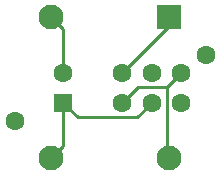
<source format=gtl>
G04 #@! TF.GenerationSoftware,KiCad,Pcbnew,6.0.5-a6ca702e91~116~ubuntu20.04.1*
G04 #@! TF.CreationDate,2022-06-19T13:49:02-04:00*
G04 #@! TF.ProjectId,herovco_switch,6865726f-7663-46f5-9f73-77697463682e,rev?*
G04 #@! TF.SameCoordinates,Original*
G04 #@! TF.FileFunction,Copper,L1,Top*
G04 #@! TF.FilePolarity,Positive*
%FSLAX46Y46*%
G04 Gerber Fmt 4.6, Leading zero omitted, Abs format (unit mm)*
G04 Created by KiCad (PCBNEW 6.0.5-a6ca702e91~116~ubuntu20.04.1) date 2022-06-19 13:49:02*
%MOMM*%
%LPD*%
G01*
G04 APERTURE LIST*
G04 Aperture macros list*
%AMRoundRect*
0 Rectangle with rounded corners*
0 $1 Rounding radius*
0 $2 $3 $4 $5 $6 $7 $8 $9 X,Y pos of 4 corners*
0 Add a 4 corners polygon primitive as box body*
4,1,4,$2,$3,$4,$5,$6,$7,$8,$9,$2,$3,0*
0 Add four circle primitives for the rounded corners*
1,1,$1+$1,$2,$3*
1,1,$1+$1,$4,$5*
1,1,$1+$1,$6,$7*
1,1,$1+$1,$8,$9*
0 Add four rect primitives between the rounded corners*
20,1,$1+$1,$2,$3,$4,$5,0*
20,1,$1+$1,$4,$5,$6,$7,0*
20,1,$1+$1,$6,$7,$8,$9,0*
20,1,$1+$1,$8,$9,$2,$3,0*%
G04 Aperture macros list end*
G04 #@! TA.AperFunction,ComponentPad*
%ADD10C,2.100000*%
G04 #@! TD*
G04 #@! TA.AperFunction,WasherPad*
%ADD11C,1.600000*%
G04 #@! TD*
G04 #@! TA.AperFunction,ComponentPad*
%ADD12R,1.600000X1.600000*%
G04 #@! TD*
G04 #@! TA.AperFunction,ComponentPad*
%ADD13C,1.600000*%
G04 #@! TD*
G04 #@! TA.AperFunction,ComponentPad*
%ADD14RoundRect,0.250001X-0.799999X-0.799999X0.799999X-0.799999X0.799999X0.799999X-0.799999X0.799999X0*%
G04 #@! TD*
G04 #@! TA.AperFunction,Conductor*
%ADD15C,0.250000*%
G04 #@! TD*
G04 APERTURE END LIST*
D10*
G04 #@! TO.P,J16,1,Pin_1*
G04 #@! TO.N,Board_0-/Octave and sync switches/HARD_SYNCA_P*
X140800000Y-93000000D03*
G04 #@! TD*
G04 #@! TO.P,J14,1,Pin_1*
G04 #@! TO.N,Board_0-/Octave and sync switches/SOFT_SYNCA_P*
X150800000Y-105000000D03*
G04 #@! TD*
D11*
G04 #@! TO.P,SW2,*
G04 #@! TO.N,*
X137738200Y-101820400D03*
X153938200Y-96220400D03*
D12*
G04 #@! TO.P,SW2,1,1*
G04 #@! TO.N,Board_0-/Octave and sync switches/SOFT_SYNC_OFF_P*
X141838200Y-100270400D03*
D13*
G04 #@! TO.P,SW2,2,2*
G04 #@! TO.N,Board_0-/Octave and sync switches/SOFT_SYNCA_P*
X146838200Y-100270400D03*
G04 #@! TO.P,SW2,3,3*
G04 #@! TO.N,Board_0-/Octave and sync switches/SOFT_SYNC_OFF_P*
X149338200Y-100270400D03*
G04 #@! TO.P,SW2,4,4*
G04 #@! TO.N,Board_0-unconnected-(SW2-Pad4)*
X151838200Y-100270400D03*
G04 #@! TO.P,SW2,5,5*
G04 #@! TO.N,Board_0-/Octave and sync switches/HARD_SYNCA_P*
X141838200Y-97770400D03*
G04 #@! TO.P,SW2,6,6*
G04 #@! TO.N,Board_0-/Octave and sync switches/SYNCA_P*
X146838200Y-97770400D03*
G04 #@! TO.P,SW2,7,7*
G04 #@! TO.N,Board_0-unconnected-(SW2-Pad7)*
X149338200Y-97770400D03*
G04 #@! TO.P,SW2,8,8*
G04 #@! TO.N,Board_0-/Octave and sync switches/SOFT_SYNCA_P*
X151838200Y-97770400D03*
G04 #@! TD*
D14*
G04 #@! TO.P,J13,1,Pin_1*
G04 #@! TO.N,Board_0-/Octave and sync switches/SYNCA_P*
X150800000Y-93000000D03*
G04 #@! TD*
D10*
G04 #@! TO.P,J15,1,Pin_1*
G04 #@! TO.N,Board_0-/Octave and sync switches/SOFT_SYNC_OFF_P*
X140800000Y-105000000D03*
G04 #@! TD*
D15*
G04 #@! TO.N,Board_0-/Octave and sync switches/HARD_SYNCA_P*
X140800000Y-93000000D02*
X141838200Y-94038200D01*
X141838200Y-94038200D02*
X141838200Y-97770400D01*
G04 #@! TO.N,Board_0-/Octave and sync switches/SOFT_SYNCA_P*
X150652000Y-104852000D02*
X150800000Y-105000000D01*
X150652000Y-98956600D02*
X151838200Y-97770400D01*
X148152000Y-98956600D02*
X150652000Y-98956600D01*
X150652000Y-98956600D02*
X150652000Y-104852000D01*
X146838200Y-100270400D02*
X148152000Y-98956600D01*
G04 #@! TO.N,Board_0-/Octave and sync switches/SOFT_SYNC_OFF_P*
X140800000Y-105000000D02*
X141838200Y-103961800D01*
X148085600Y-101523000D02*
X149338200Y-100270400D01*
X143090800Y-101523000D02*
X148085600Y-101523000D01*
X141838200Y-100270400D02*
X143090800Y-101523000D01*
X141838200Y-103961800D02*
X141838200Y-100270400D01*
G04 #@! TO.N,Board_0-/Octave and sync switches/SYNCA_P*
X150800000Y-93808600D02*
X146838200Y-97770400D01*
X150800000Y-93000000D02*
X150800000Y-93808600D01*
G04 #@! TD*
M02*

</source>
